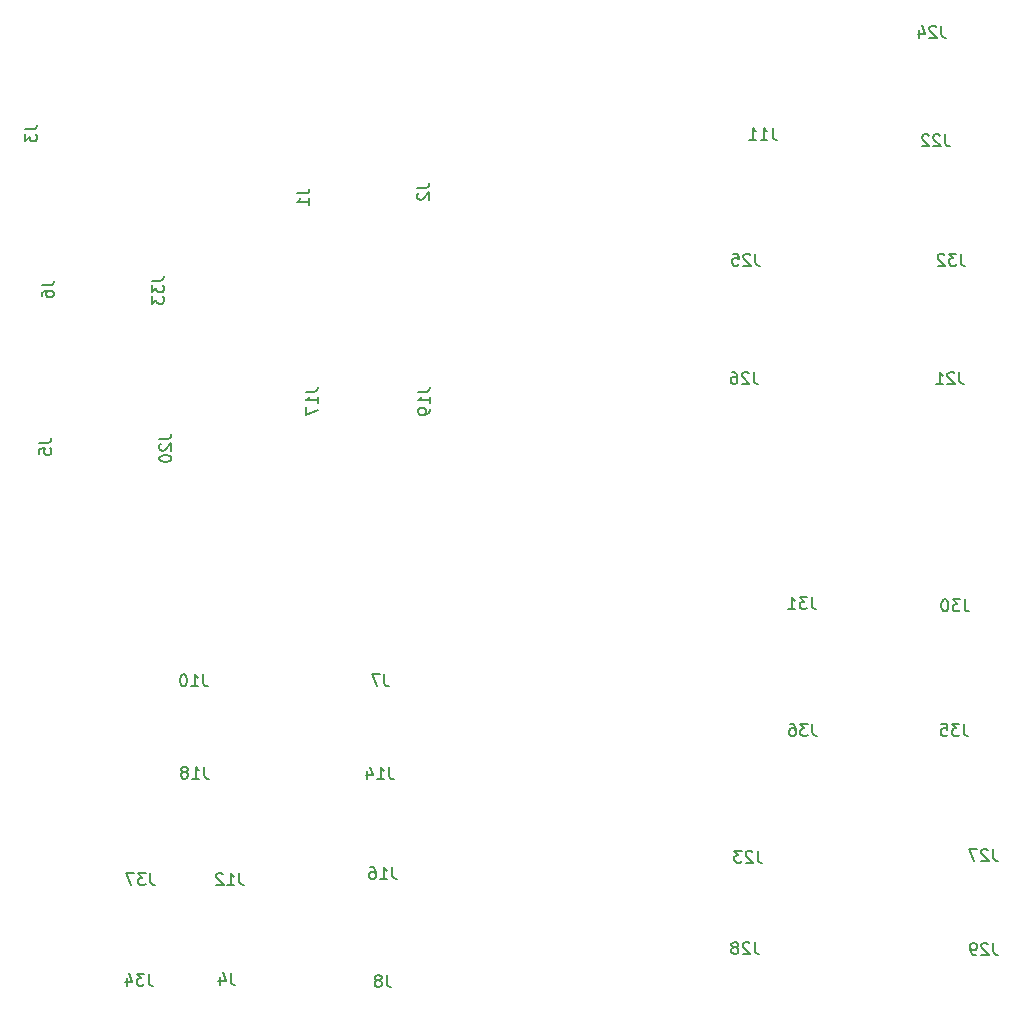
<source format=gbr>
G04 #@! TF.GenerationSoftware,KiCad,Pcbnew,(5.1.5-0-10_14)*
G04 #@! TF.CreationDate,2021-11-28T14:11:59+10:00*
G04 #@! TF.ProjectId,OH - General Purpose Small PCB,4f48202d-2047-4656-9e65-72616c205075,rev?*
G04 #@! TF.SameCoordinates,Original*
G04 #@! TF.FileFunction,Legend,Bot*
G04 #@! TF.FilePolarity,Positive*
%FSLAX46Y46*%
G04 Gerber Fmt 4.6, Leading zero omitted, Abs format (unit mm)*
G04 Created by KiCad (PCBNEW (5.1.5-0-10_14)) date 2021-11-28 14:11:59*
%MOMM*%
%LPD*%
G04 APERTURE LIST*
%ADD10C,0.150000*%
G04 APERTURE END LIST*
D10*
X52371523Y-122007380D02*
X52371523Y-122721666D01*
X52419142Y-122864523D01*
X52514380Y-122959761D01*
X52657238Y-123007380D01*
X52752476Y-123007380D01*
X51990571Y-122007380D02*
X51371523Y-122007380D01*
X51704857Y-122388333D01*
X51562000Y-122388333D01*
X51466761Y-122435952D01*
X51419142Y-122483571D01*
X51371523Y-122578809D01*
X51371523Y-122816904D01*
X51419142Y-122912142D01*
X51466761Y-122959761D01*
X51562000Y-123007380D01*
X51847714Y-123007380D01*
X51942952Y-122959761D01*
X51990571Y-122912142D01*
X51038190Y-122007380D02*
X50371523Y-122007380D01*
X50800095Y-123007380D01*
X52244523Y-130516380D02*
X52244523Y-131230666D01*
X52292142Y-131373523D01*
X52387380Y-131468761D01*
X52530238Y-131516380D01*
X52625476Y-131516380D01*
X51863571Y-130516380D02*
X51244523Y-130516380D01*
X51577857Y-130897333D01*
X51435000Y-130897333D01*
X51339761Y-130944952D01*
X51292142Y-130992571D01*
X51244523Y-131087809D01*
X51244523Y-131325904D01*
X51292142Y-131421142D01*
X51339761Y-131468761D01*
X51435000Y-131516380D01*
X51720714Y-131516380D01*
X51815952Y-131468761D01*
X51863571Y-131421142D01*
X50387380Y-130849714D02*
X50387380Y-131516380D01*
X50625476Y-130468761D02*
X50863571Y-131183047D01*
X50244523Y-131183047D01*
X56943523Y-112990380D02*
X56943523Y-113704666D01*
X56991142Y-113847523D01*
X57086380Y-113942761D01*
X57229238Y-113990380D01*
X57324476Y-113990380D01*
X55943523Y-113990380D02*
X56514952Y-113990380D01*
X56229238Y-113990380D02*
X56229238Y-112990380D01*
X56324476Y-113133238D01*
X56419714Y-113228476D01*
X56514952Y-113276095D01*
X55372095Y-113418952D02*
X55467333Y-113371333D01*
X55514952Y-113323714D01*
X55562571Y-113228476D01*
X55562571Y-113180857D01*
X55514952Y-113085619D01*
X55467333Y-113038000D01*
X55372095Y-112990380D01*
X55181619Y-112990380D01*
X55086380Y-113038000D01*
X55038761Y-113085619D01*
X54991142Y-113180857D01*
X54991142Y-113228476D01*
X55038761Y-113323714D01*
X55086380Y-113371333D01*
X55181619Y-113418952D01*
X55372095Y-113418952D01*
X55467333Y-113466571D01*
X55514952Y-113514190D01*
X55562571Y-113609428D01*
X55562571Y-113799904D01*
X55514952Y-113895142D01*
X55467333Y-113942761D01*
X55372095Y-113990380D01*
X55181619Y-113990380D01*
X55086380Y-113942761D01*
X55038761Y-113895142D01*
X54991142Y-113799904D01*
X54991142Y-113609428D01*
X55038761Y-113514190D01*
X55086380Y-113466571D01*
X55181619Y-113418952D01*
X72882023Y-121499380D02*
X72882023Y-122213666D01*
X72929642Y-122356523D01*
X73024880Y-122451761D01*
X73167738Y-122499380D01*
X73262976Y-122499380D01*
X71882023Y-122499380D02*
X72453452Y-122499380D01*
X72167738Y-122499380D02*
X72167738Y-121499380D01*
X72262976Y-121642238D01*
X72358214Y-121737476D01*
X72453452Y-121785095D01*
X71024880Y-121499380D02*
X71215357Y-121499380D01*
X71310595Y-121547000D01*
X71358214Y-121594619D01*
X71453452Y-121737476D01*
X71501071Y-121927952D01*
X71501071Y-122308904D01*
X71453452Y-122404142D01*
X71405833Y-122451761D01*
X71310595Y-122499380D01*
X71120119Y-122499380D01*
X71024880Y-122451761D01*
X70977261Y-122404142D01*
X70929642Y-122308904D01*
X70929642Y-122070809D01*
X70977261Y-121975571D01*
X71024880Y-121927952D01*
X71120119Y-121880333D01*
X71310595Y-121880333D01*
X71405833Y-121927952D01*
X71453452Y-121975571D01*
X71501071Y-122070809D01*
X72628023Y-113053880D02*
X72628023Y-113768166D01*
X72675642Y-113911023D01*
X72770880Y-114006261D01*
X72913738Y-114053880D01*
X73008976Y-114053880D01*
X71628023Y-114053880D02*
X72199452Y-114053880D01*
X71913738Y-114053880D02*
X71913738Y-113053880D01*
X72008976Y-113196738D01*
X72104214Y-113291976D01*
X72199452Y-113339595D01*
X70770880Y-113387214D02*
X70770880Y-114053880D01*
X71008976Y-113006261D02*
X71247071Y-113720547D01*
X70628023Y-113720547D01*
X59928023Y-122007380D02*
X59928023Y-122721666D01*
X59975642Y-122864523D01*
X60070880Y-122959761D01*
X60213738Y-123007380D01*
X60308976Y-123007380D01*
X58928023Y-123007380D02*
X59499452Y-123007380D01*
X59213738Y-123007380D02*
X59213738Y-122007380D01*
X59308976Y-122150238D01*
X59404214Y-122245476D01*
X59499452Y-122293095D01*
X58547071Y-122102619D02*
X58499452Y-122055000D01*
X58404214Y-122007380D01*
X58166119Y-122007380D01*
X58070880Y-122055000D01*
X58023261Y-122102619D01*
X57975642Y-122197857D01*
X57975642Y-122293095D01*
X58023261Y-122435952D01*
X58594690Y-123007380D01*
X57975642Y-123007380D01*
X56880023Y-105179880D02*
X56880023Y-105894166D01*
X56927642Y-106037023D01*
X57022880Y-106132261D01*
X57165738Y-106179880D01*
X57260976Y-106179880D01*
X55880023Y-106179880D02*
X56451452Y-106179880D01*
X56165738Y-106179880D02*
X56165738Y-105179880D01*
X56260976Y-105322738D01*
X56356214Y-105417976D01*
X56451452Y-105465595D01*
X55260976Y-105179880D02*
X55165738Y-105179880D01*
X55070500Y-105227500D01*
X55022880Y-105275119D01*
X54975261Y-105370357D01*
X54927642Y-105560833D01*
X54927642Y-105798928D01*
X54975261Y-105989404D01*
X55022880Y-106084642D01*
X55070500Y-106132261D01*
X55165738Y-106179880D01*
X55260976Y-106179880D01*
X55356214Y-106132261D01*
X55403833Y-106084642D01*
X55451452Y-105989404D01*
X55499071Y-105798928D01*
X55499071Y-105560833D01*
X55451452Y-105370357D01*
X55403833Y-105275119D01*
X55356214Y-105227500D01*
X55260976Y-105179880D01*
X72405833Y-130643380D02*
X72405833Y-131357666D01*
X72453452Y-131500523D01*
X72548690Y-131595761D01*
X72691547Y-131643380D01*
X72786785Y-131643380D01*
X71786785Y-131071952D02*
X71882023Y-131024333D01*
X71929642Y-130976714D01*
X71977261Y-130881476D01*
X71977261Y-130833857D01*
X71929642Y-130738619D01*
X71882023Y-130691000D01*
X71786785Y-130643380D01*
X71596309Y-130643380D01*
X71501071Y-130691000D01*
X71453452Y-130738619D01*
X71405833Y-130833857D01*
X71405833Y-130881476D01*
X71453452Y-130976714D01*
X71501071Y-131024333D01*
X71596309Y-131071952D01*
X71786785Y-131071952D01*
X71882023Y-131119571D01*
X71929642Y-131167190D01*
X71977261Y-131262428D01*
X71977261Y-131452904D01*
X71929642Y-131548142D01*
X71882023Y-131595761D01*
X71786785Y-131643380D01*
X71596309Y-131643380D01*
X71501071Y-131595761D01*
X71453452Y-131548142D01*
X71405833Y-131452904D01*
X71405833Y-131262428D01*
X71453452Y-131167190D01*
X71501071Y-131119571D01*
X71596309Y-131071952D01*
X72215333Y-105179880D02*
X72215333Y-105894166D01*
X72262952Y-106037023D01*
X72358190Y-106132261D01*
X72501047Y-106179880D01*
X72596285Y-106179880D01*
X71834380Y-105179880D02*
X71167714Y-105179880D01*
X71596285Y-106179880D01*
X59197833Y-130452880D02*
X59197833Y-131167166D01*
X59245452Y-131310023D01*
X59340690Y-131405261D01*
X59483547Y-131452880D01*
X59578785Y-131452880D01*
X58293071Y-130786214D02*
X58293071Y-131452880D01*
X58531166Y-130405261D02*
X58769261Y-131119547D01*
X58150214Y-131119547D01*
X52538380Y-71834476D02*
X53252666Y-71834476D01*
X53395523Y-71786857D01*
X53490761Y-71691619D01*
X53538380Y-71548761D01*
X53538380Y-71453523D01*
X52538380Y-72215428D02*
X52538380Y-72834476D01*
X52919333Y-72501142D01*
X52919333Y-72644000D01*
X52966952Y-72739238D01*
X53014571Y-72786857D01*
X53109809Y-72834476D01*
X53347904Y-72834476D01*
X53443142Y-72786857D01*
X53490761Y-72739238D01*
X53538380Y-72644000D01*
X53538380Y-72358285D01*
X53490761Y-72263047D01*
X53443142Y-72215428D01*
X52538380Y-73167809D02*
X52538380Y-73786857D01*
X52919333Y-73453523D01*
X52919333Y-73596380D01*
X52966952Y-73691619D01*
X53014571Y-73739238D01*
X53109809Y-73786857D01*
X53347904Y-73786857D01*
X53443142Y-73739238D01*
X53490761Y-73691619D01*
X53538380Y-73596380D01*
X53538380Y-73310666D01*
X53490761Y-73215428D01*
X53443142Y-73167809D01*
X53173380Y-85232976D02*
X53887666Y-85232976D01*
X54030523Y-85185357D01*
X54125761Y-85090119D01*
X54173380Y-84947261D01*
X54173380Y-84852023D01*
X53268619Y-85661547D02*
X53221000Y-85709166D01*
X53173380Y-85804404D01*
X53173380Y-86042500D01*
X53221000Y-86137738D01*
X53268619Y-86185357D01*
X53363857Y-86232976D01*
X53459095Y-86232976D01*
X53601952Y-86185357D01*
X54173380Y-85613928D01*
X54173380Y-86232976D01*
X53173380Y-86852023D02*
X53173380Y-86947261D01*
X53221000Y-87042500D01*
X53268619Y-87090119D01*
X53363857Y-87137738D01*
X53554333Y-87185357D01*
X53792428Y-87185357D01*
X53982904Y-87137738D01*
X54078142Y-87090119D01*
X54125761Y-87042500D01*
X54173380Y-86947261D01*
X54173380Y-86852023D01*
X54125761Y-86756785D01*
X54078142Y-86709166D01*
X53982904Y-86661547D01*
X53792428Y-86613928D01*
X53554333Y-86613928D01*
X53363857Y-86661547D01*
X53268619Y-86709166D01*
X53221000Y-86756785D01*
X53173380Y-86852023D01*
X43203880Y-72247166D02*
X43918166Y-72247166D01*
X44061023Y-72199547D01*
X44156261Y-72104309D01*
X44203880Y-71961452D01*
X44203880Y-71866214D01*
X43203880Y-73151928D02*
X43203880Y-72961452D01*
X43251500Y-72866214D01*
X43299119Y-72818595D01*
X43441976Y-72723357D01*
X43632452Y-72675738D01*
X44013404Y-72675738D01*
X44108642Y-72723357D01*
X44156261Y-72770976D01*
X44203880Y-72866214D01*
X44203880Y-73056690D01*
X44156261Y-73151928D01*
X44108642Y-73199547D01*
X44013404Y-73247166D01*
X43775309Y-73247166D01*
X43680071Y-73199547D01*
X43632452Y-73151928D01*
X43584833Y-73056690D01*
X43584833Y-72866214D01*
X43632452Y-72770976D01*
X43680071Y-72723357D01*
X43775309Y-72675738D01*
X43013380Y-85582166D02*
X43727666Y-85582166D01*
X43870523Y-85534547D01*
X43965761Y-85439309D01*
X44013380Y-85296452D01*
X44013380Y-85201214D01*
X43013380Y-86534547D02*
X43013380Y-86058357D01*
X43489571Y-86010738D01*
X43441952Y-86058357D01*
X43394333Y-86153595D01*
X43394333Y-86391690D01*
X43441952Y-86486928D01*
X43489571Y-86534547D01*
X43584809Y-86582166D01*
X43822904Y-86582166D01*
X43918142Y-86534547D01*
X43965761Y-86486928D01*
X44013380Y-86391690D01*
X44013380Y-86153595D01*
X43965761Y-86058357D01*
X43918142Y-86010738D01*
X41806880Y-59039166D02*
X42521166Y-59039166D01*
X42664023Y-58991547D01*
X42759261Y-58896309D01*
X42806880Y-58753452D01*
X42806880Y-58658214D01*
X41806880Y-59420119D02*
X41806880Y-60039166D01*
X42187833Y-59705833D01*
X42187833Y-59848690D01*
X42235452Y-59943928D01*
X42283071Y-59991547D01*
X42378309Y-60039166D01*
X42616404Y-60039166D01*
X42711642Y-59991547D01*
X42759261Y-59943928D01*
X42806880Y-59848690D01*
X42806880Y-59562976D01*
X42759261Y-59467738D01*
X42711642Y-59420119D01*
X75017380Y-63992166D02*
X75731666Y-63992166D01*
X75874523Y-63944547D01*
X75969761Y-63849309D01*
X76017380Y-63706452D01*
X76017380Y-63611214D01*
X75112619Y-64420738D02*
X75065000Y-64468357D01*
X75017380Y-64563595D01*
X75017380Y-64801690D01*
X75065000Y-64896928D01*
X75112619Y-64944547D01*
X75207857Y-64992166D01*
X75303095Y-64992166D01*
X75445952Y-64944547D01*
X76017380Y-64373119D01*
X76017380Y-64992166D01*
X64857380Y-64436666D02*
X65571666Y-64436666D01*
X65714523Y-64389047D01*
X65809761Y-64293809D01*
X65857380Y-64150952D01*
X65857380Y-64055714D01*
X65857380Y-65436666D02*
X65857380Y-64865238D01*
X65857380Y-65150952D02*
X64857380Y-65150952D01*
X65000238Y-65055714D01*
X65095476Y-64960476D01*
X65143095Y-64865238D01*
X123745523Y-127912880D02*
X123745523Y-128627166D01*
X123793142Y-128770023D01*
X123888380Y-128865261D01*
X124031238Y-128912880D01*
X124126476Y-128912880D01*
X123316952Y-128008119D02*
X123269333Y-127960500D01*
X123174095Y-127912880D01*
X122936000Y-127912880D01*
X122840761Y-127960500D01*
X122793142Y-128008119D01*
X122745523Y-128103357D01*
X122745523Y-128198595D01*
X122793142Y-128341452D01*
X123364571Y-128912880D01*
X122745523Y-128912880D01*
X122269333Y-128912880D02*
X122078857Y-128912880D01*
X121983619Y-128865261D01*
X121936000Y-128817642D01*
X121840761Y-128674785D01*
X121793142Y-128484309D01*
X121793142Y-128103357D01*
X121840761Y-128008119D01*
X121888380Y-127960500D01*
X121983619Y-127912880D01*
X122174095Y-127912880D01*
X122269333Y-127960500D01*
X122316952Y-128008119D01*
X122364571Y-128103357D01*
X122364571Y-128341452D01*
X122316952Y-128436690D01*
X122269333Y-128484309D01*
X122174095Y-128531928D01*
X121983619Y-128531928D01*
X121888380Y-128484309D01*
X121840761Y-128436690D01*
X121793142Y-128341452D01*
X103552523Y-127849380D02*
X103552523Y-128563666D01*
X103600142Y-128706523D01*
X103695380Y-128801761D01*
X103838238Y-128849380D01*
X103933476Y-128849380D01*
X103123952Y-127944619D02*
X103076333Y-127897000D01*
X102981095Y-127849380D01*
X102743000Y-127849380D01*
X102647761Y-127897000D01*
X102600142Y-127944619D01*
X102552523Y-128039857D01*
X102552523Y-128135095D01*
X102600142Y-128277952D01*
X103171571Y-128849380D01*
X102552523Y-128849380D01*
X101981095Y-128277952D02*
X102076333Y-128230333D01*
X102123952Y-128182714D01*
X102171571Y-128087476D01*
X102171571Y-128039857D01*
X102123952Y-127944619D01*
X102076333Y-127897000D01*
X101981095Y-127849380D01*
X101790619Y-127849380D01*
X101695380Y-127897000D01*
X101647761Y-127944619D01*
X101600142Y-128039857D01*
X101600142Y-128087476D01*
X101647761Y-128182714D01*
X101695380Y-128230333D01*
X101790619Y-128277952D01*
X101981095Y-128277952D01*
X102076333Y-128325571D01*
X102123952Y-128373190D01*
X102171571Y-128468428D01*
X102171571Y-128658904D01*
X102123952Y-128754142D01*
X102076333Y-128801761D01*
X101981095Y-128849380D01*
X101790619Y-128849380D01*
X101695380Y-128801761D01*
X101647761Y-128754142D01*
X101600142Y-128658904D01*
X101600142Y-128468428D01*
X101647761Y-128373190D01*
X101695380Y-128325571D01*
X101790619Y-128277952D01*
X123745523Y-119975380D02*
X123745523Y-120689666D01*
X123793142Y-120832523D01*
X123888380Y-120927761D01*
X124031238Y-120975380D01*
X124126476Y-120975380D01*
X123316952Y-120070619D02*
X123269333Y-120023000D01*
X123174095Y-119975380D01*
X122936000Y-119975380D01*
X122840761Y-120023000D01*
X122793142Y-120070619D01*
X122745523Y-120165857D01*
X122745523Y-120261095D01*
X122793142Y-120403952D01*
X123364571Y-120975380D01*
X122745523Y-120975380D01*
X122412190Y-119975380D02*
X121745523Y-119975380D01*
X122174095Y-120975380D01*
X103806523Y-120102380D02*
X103806523Y-120816666D01*
X103854142Y-120959523D01*
X103949380Y-121054761D01*
X104092238Y-121102380D01*
X104187476Y-121102380D01*
X103377952Y-120197619D02*
X103330333Y-120150000D01*
X103235095Y-120102380D01*
X102997000Y-120102380D01*
X102901761Y-120150000D01*
X102854142Y-120197619D01*
X102806523Y-120292857D01*
X102806523Y-120388095D01*
X102854142Y-120530952D01*
X103425571Y-121102380D01*
X102806523Y-121102380D01*
X102473190Y-120102380D02*
X101854142Y-120102380D01*
X102187476Y-120483333D01*
X102044619Y-120483333D01*
X101949380Y-120530952D01*
X101901761Y-120578571D01*
X101854142Y-120673809D01*
X101854142Y-120911904D01*
X101901761Y-121007142D01*
X101949380Y-121054761D01*
X102044619Y-121102380D01*
X102330333Y-121102380D01*
X102425571Y-121054761D01*
X102473190Y-121007142D01*
X120888023Y-79589380D02*
X120888023Y-80303666D01*
X120935642Y-80446523D01*
X121030880Y-80541761D01*
X121173738Y-80589380D01*
X121268976Y-80589380D01*
X120459452Y-79684619D02*
X120411833Y-79637000D01*
X120316595Y-79589380D01*
X120078500Y-79589380D01*
X119983261Y-79637000D01*
X119935642Y-79684619D01*
X119888023Y-79779857D01*
X119888023Y-79875095D01*
X119935642Y-80017952D01*
X120507071Y-80589380D01*
X119888023Y-80589380D01*
X118935642Y-80589380D02*
X119507071Y-80589380D01*
X119221357Y-80589380D02*
X119221357Y-79589380D01*
X119316595Y-79732238D01*
X119411833Y-79827476D01*
X119507071Y-79875095D01*
X108442023Y-109370880D02*
X108442023Y-110085166D01*
X108489642Y-110228023D01*
X108584880Y-110323261D01*
X108727738Y-110370880D01*
X108822976Y-110370880D01*
X108061071Y-109370880D02*
X107442023Y-109370880D01*
X107775357Y-109751833D01*
X107632500Y-109751833D01*
X107537261Y-109799452D01*
X107489642Y-109847071D01*
X107442023Y-109942309D01*
X107442023Y-110180404D01*
X107489642Y-110275642D01*
X107537261Y-110323261D01*
X107632500Y-110370880D01*
X107918214Y-110370880D01*
X108013452Y-110323261D01*
X108061071Y-110275642D01*
X106584880Y-109370880D02*
X106775357Y-109370880D01*
X106870595Y-109418500D01*
X106918214Y-109466119D01*
X107013452Y-109608976D01*
X107061071Y-109799452D01*
X107061071Y-110180404D01*
X107013452Y-110275642D01*
X106965833Y-110323261D01*
X106870595Y-110370880D01*
X106680119Y-110370880D01*
X106584880Y-110323261D01*
X106537261Y-110275642D01*
X106489642Y-110180404D01*
X106489642Y-109942309D01*
X106537261Y-109847071D01*
X106584880Y-109799452D01*
X106680119Y-109751833D01*
X106870595Y-109751833D01*
X106965833Y-109799452D01*
X107013452Y-109847071D01*
X107061071Y-109942309D01*
X121269023Y-109370880D02*
X121269023Y-110085166D01*
X121316642Y-110228023D01*
X121411880Y-110323261D01*
X121554738Y-110370880D01*
X121649976Y-110370880D01*
X120888071Y-109370880D02*
X120269023Y-109370880D01*
X120602357Y-109751833D01*
X120459500Y-109751833D01*
X120364261Y-109799452D01*
X120316642Y-109847071D01*
X120269023Y-109942309D01*
X120269023Y-110180404D01*
X120316642Y-110275642D01*
X120364261Y-110323261D01*
X120459500Y-110370880D01*
X120745214Y-110370880D01*
X120840452Y-110323261D01*
X120888071Y-110275642D01*
X119364261Y-109370880D02*
X119840452Y-109370880D01*
X119888071Y-109847071D01*
X119840452Y-109799452D01*
X119745214Y-109751833D01*
X119507119Y-109751833D01*
X119411880Y-109799452D01*
X119364261Y-109847071D01*
X119316642Y-109942309D01*
X119316642Y-110180404D01*
X119364261Y-110275642D01*
X119411880Y-110323261D01*
X119507119Y-110370880D01*
X119745214Y-110370880D01*
X119840452Y-110323261D01*
X119888071Y-110275642D01*
X121015023Y-69556380D02*
X121015023Y-70270666D01*
X121062642Y-70413523D01*
X121157880Y-70508761D01*
X121300738Y-70556380D01*
X121395976Y-70556380D01*
X120634071Y-69556380D02*
X120015023Y-69556380D01*
X120348357Y-69937333D01*
X120205500Y-69937333D01*
X120110261Y-69984952D01*
X120062642Y-70032571D01*
X120015023Y-70127809D01*
X120015023Y-70365904D01*
X120062642Y-70461142D01*
X120110261Y-70508761D01*
X120205500Y-70556380D01*
X120491214Y-70556380D01*
X120586452Y-70508761D01*
X120634071Y-70461142D01*
X119634071Y-69651619D02*
X119586452Y-69604000D01*
X119491214Y-69556380D01*
X119253119Y-69556380D01*
X119157880Y-69604000D01*
X119110261Y-69651619D01*
X119062642Y-69746857D01*
X119062642Y-69842095D01*
X119110261Y-69984952D01*
X119681690Y-70556380D01*
X119062642Y-70556380D01*
X108378523Y-98639380D02*
X108378523Y-99353666D01*
X108426142Y-99496523D01*
X108521380Y-99591761D01*
X108664238Y-99639380D01*
X108759476Y-99639380D01*
X107997571Y-98639380D02*
X107378523Y-98639380D01*
X107711857Y-99020333D01*
X107569000Y-99020333D01*
X107473761Y-99067952D01*
X107426142Y-99115571D01*
X107378523Y-99210809D01*
X107378523Y-99448904D01*
X107426142Y-99544142D01*
X107473761Y-99591761D01*
X107569000Y-99639380D01*
X107854714Y-99639380D01*
X107949952Y-99591761D01*
X107997571Y-99544142D01*
X106426142Y-99639380D02*
X106997571Y-99639380D01*
X106711857Y-99639380D02*
X106711857Y-98639380D01*
X106807095Y-98782238D01*
X106902333Y-98877476D01*
X106997571Y-98925095D01*
X121332523Y-98829880D02*
X121332523Y-99544166D01*
X121380142Y-99687023D01*
X121475380Y-99782261D01*
X121618238Y-99829880D01*
X121713476Y-99829880D01*
X120951571Y-98829880D02*
X120332523Y-98829880D01*
X120665857Y-99210833D01*
X120523000Y-99210833D01*
X120427761Y-99258452D01*
X120380142Y-99306071D01*
X120332523Y-99401309D01*
X120332523Y-99639404D01*
X120380142Y-99734642D01*
X120427761Y-99782261D01*
X120523000Y-99829880D01*
X120808714Y-99829880D01*
X120903952Y-99782261D01*
X120951571Y-99734642D01*
X119713476Y-98829880D02*
X119618238Y-98829880D01*
X119523000Y-98877500D01*
X119475380Y-98925119D01*
X119427761Y-99020357D01*
X119380142Y-99210833D01*
X119380142Y-99448928D01*
X119427761Y-99639404D01*
X119475380Y-99734642D01*
X119523000Y-99782261D01*
X119618238Y-99829880D01*
X119713476Y-99829880D01*
X119808714Y-99782261D01*
X119856333Y-99734642D01*
X119903952Y-99639404D01*
X119951571Y-99448928D01*
X119951571Y-99210833D01*
X119903952Y-99020357D01*
X119856333Y-98925119D01*
X119808714Y-98877500D01*
X119713476Y-98829880D01*
X103489023Y-79589380D02*
X103489023Y-80303666D01*
X103536642Y-80446523D01*
X103631880Y-80541761D01*
X103774738Y-80589380D01*
X103869976Y-80589380D01*
X103060452Y-79684619D02*
X103012833Y-79637000D01*
X102917595Y-79589380D01*
X102679500Y-79589380D01*
X102584261Y-79637000D01*
X102536642Y-79684619D01*
X102489023Y-79779857D01*
X102489023Y-79875095D01*
X102536642Y-80017952D01*
X103108071Y-80589380D01*
X102489023Y-80589380D01*
X101631880Y-79589380D02*
X101822357Y-79589380D01*
X101917595Y-79637000D01*
X101965214Y-79684619D01*
X102060452Y-79827476D01*
X102108071Y-80017952D01*
X102108071Y-80398904D01*
X102060452Y-80494142D01*
X102012833Y-80541761D01*
X101917595Y-80589380D01*
X101727119Y-80589380D01*
X101631880Y-80541761D01*
X101584261Y-80494142D01*
X101536642Y-80398904D01*
X101536642Y-80160809D01*
X101584261Y-80065571D01*
X101631880Y-80017952D01*
X101727119Y-79970333D01*
X101917595Y-79970333D01*
X102012833Y-80017952D01*
X102060452Y-80065571D01*
X102108071Y-80160809D01*
X103616023Y-69556380D02*
X103616023Y-70270666D01*
X103663642Y-70413523D01*
X103758880Y-70508761D01*
X103901738Y-70556380D01*
X103996976Y-70556380D01*
X103187452Y-69651619D02*
X103139833Y-69604000D01*
X103044595Y-69556380D01*
X102806500Y-69556380D01*
X102711261Y-69604000D01*
X102663642Y-69651619D01*
X102616023Y-69746857D01*
X102616023Y-69842095D01*
X102663642Y-69984952D01*
X103235071Y-70556380D01*
X102616023Y-70556380D01*
X101711261Y-69556380D02*
X102187452Y-69556380D01*
X102235071Y-70032571D01*
X102187452Y-69984952D01*
X102092214Y-69937333D01*
X101854119Y-69937333D01*
X101758880Y-69984952D01*
X101711261Y-70032571D01*
X101663642Y-70127809D01*
X101663642Y-70365904D01*
X101711261Y-70461142D01*
X101758880Y-70508761D01*
X101854119Y-70556380D01*
X102092214Y-70556380D01*
X102187452Y-70508761D01*
X102235071Y-70461142D01*
X119364023Y-50252380D02*
X119364023Y-50966666D01*
X119411642Y-51109523D01*
X119506880Y-51204761D01*
X119649738Y-51252380D01*
X119744976Y-51252380D01*
X118935452Y-50347619D02*
X118887833Y-50300000D01*
X118792595Y-50252380D01*
X118554500Y-50252380D01*
X118459261Y-50300000D01*
X118411642Y-50347619D01*
X118364023Y-50442857D01*
X118364023Y-50538095D01*
X118411642Y-50680952D01*
X118983071Y-51252380D01*
X118364023Y-51252380D01*
X117506880Y-50585714D02*
X117506880Y-51252380D01*
X117744976Y-50204761D02*
X117983071Y-50919047D01*
X117364023Y-50919047D01*
X119681523Y-59459880D02*
X119681523Y-60174166D01*
X119729142Y-60317023D01*
X119824380Y-60412261D01*
X119967238Y-60459880D01*
X120062476Y-60459880D01*
X119252952Y-59555119D02*
X119205333Y-59507500D01*
X119110095Y-59459880D01*
X118872000Y-59459880D01*
X118776761Y-59507500D01*
X118729142Y-59555119D01*
X118681523Y-59650357D01*
X118681523Y-59745595D01*
X118729142Y-59888452D01*
X119300571Y-60459880D01*
X118681523Y-60459880D01*
X118300571Y-59555119D02*
X118252952Y-59507500D01*
X118157714Y-59459880D01*
X117919619Y-59459880D01*
X117824380Y-59507500D01*
X117776761Y-59555119D01*
X117729142Y-59650357D01*
X117729142Y-59745595D01*
X117776761Y-59888452D01*
X118348190Y-60459880D01*
X117729142Y-60459880D01*
X75080880Y-81232476D02*
X75795166Y-81232476D01*
X75938023Y-81184857D01*
X76033261Y-81089619D01*
X76080880Y-80946761D01*
X76080880Y-80851523D01*
X76080880Y-82232476D02*
X76080880Y-81661047D01*
X76080880Y-81946761D02*
X75080880Y-81946761D01*
X75223738Y-81851523D01*
X75318976Y-81756285D01*
X75366595Y-81661047D01*
X76080880Y-82708666D02*
X76080880Y-82899142D01*
X76033261Y-82994380D01*
X75985642Y-83042000D01*
X75842785Y-83137238D01*
X75652309Y-83184857D01*
X75271357Y-83184857D01*
X75176119Y-83137238D01*
X75128500Y-83089619D01*
X75080880Y-82994380D01*
X75080880Y-82803904D01*
X75128500Y-82708666D01*
X75176119Y-82661047D01*
X75271357Y-82613428D01*
X75509452Y-82613428D01*
X75604690Y-82661047D01*
X75652309Y-82708666D01*
X75699928Y-82803904D01*
X75699928Y-82994380D01*
X75652309Y-83089619D01*
X75604690Y-83137238D01*
X75509452Y-83184857D01*
X65555880Y-81232476D02*
X66270166Y-81232476D01*
X66413023Y-81184857D01*
X66508261Y-81089619D01*
X66555880Y-80946761D01*
X66555880Y-80851523D01*
X66555880Y-82232476D02*
X66555880Y-81661047D01*
X66555880Y-81946761D02*
X65555880Y-81946761D01*
X65698738Y-81851523D01*
X65793976Y-81756285D01*
X65841595Y-81661047D01*
X65555880Y-82565809D02*
X65555880Y-83232476D01*
X66555880Y-82803904D01*
X105076523Y-58888380D02*
X105076523Y-59602666D01*
X105124142Y-59745523D01*
X105219380Y-59840761D01*
X105362238Y-59888380D01*
X105457476Y-59888380D01*
X104076523Y-59888380D02*
X104647952Y-59888380D01*
X104362238Y-59888380D02*
X104362238Y-58888380D01*
X104457476Y-59031238D01*
X104552714Y-59126476D01*
X104647952Y-59174095D01*
X103124142Y-59888380D02*
X103695571Y-59888380D01*
X103409857Y-59888380D02*
X103409857Y-58888380D01*
X103505095Y-59031238D01*
X103600333Y-59126476D01*
X103695571Y-59174095D01*
M02*

</source>
